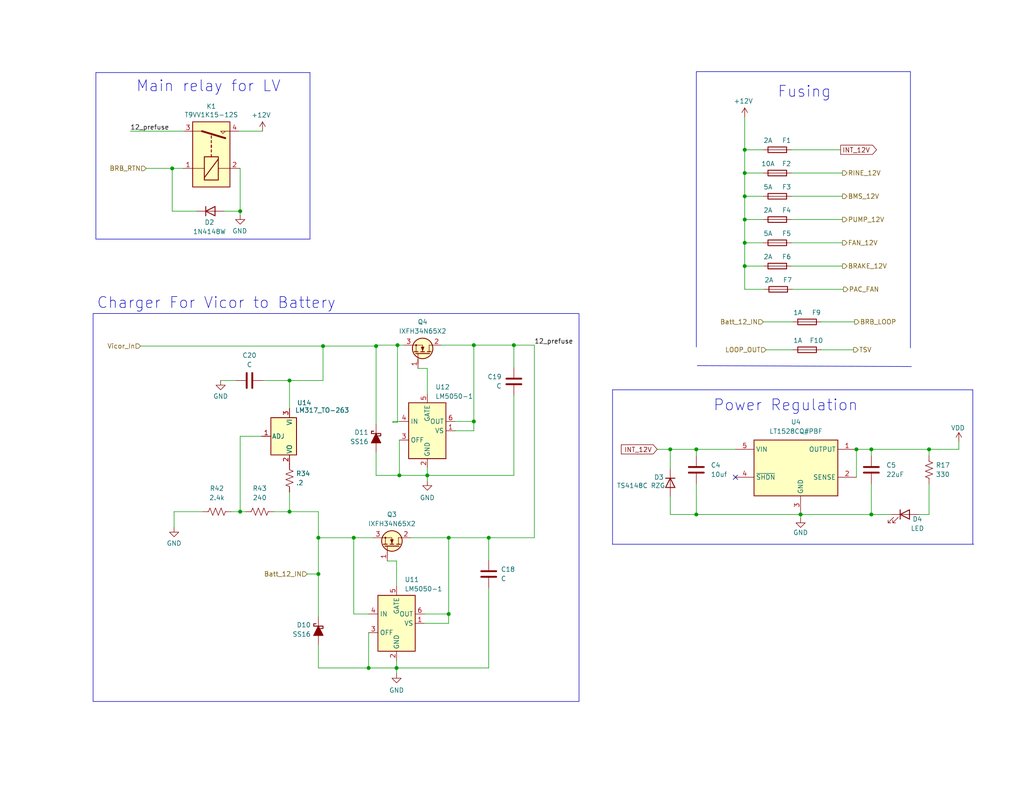
<source format=kicad_sch>
(kicad_sch (version 20230121) (generator eeschema)
  (paper "A")
  (title_block (title "FUSING") (date "2023-05-15") (rev "V 1.1") (company "AERO") (comment 1 "Colin Grund") (comment 2 "Main board that do it all."))
  (lib_symbols
    (symbol "AERO_Symbols:T9VV1K15-12S" (pin_names (offset 1.016))
      (property "Reference" "K" (at 8.89 3.81 0))
      (property "Value" "T9VV1K15-12S" (at 8.89 1.27 0))
      (symbol "T9VV1K15-12S_0_0"
        (polyline (pts (xy 5.08 3.81) (xy 5.08 5.08)))
        (polyline (pts (xy 5.08 3.81) (xy 5.08 2.54) (xy 4.445 3.175) (xy 5.08 3.81)))
      )
      (symbol "T9VV1K15-12S_0_1"
        (rectangle (start -10.16 5.08) (end 7.62 -5.08) (stroke (width 0.254)) (fill (type background)))
        (rectangle (start -8.255 1.905) (end -1.905 -1.905) (stroke (width 0.254)))
        (polyline (pts (xy -7.62 -1.905) (xy -2.54 1.905)) (stroke (width 0.254)))
        (polyline (pts (xy -5.08 -5.08) (xy -5.08 -1.905)))
        (polyline (pts (xy -5.08 5.08) (xy -5.08 1.905)))
        (polyline (pts (xy -1.905 0) (xy -1.27 0)) (stroke (width 0.254)))
        (polyline (pts (xy -0.635 0) (xy 0 0)) (stroke (width 0.254)))
        (polyline (pts (xy 0.635 0) (xy 1.27 0)) (stroke (width 0.254)))
        (polyline (pts (xy 0.635 0) (xy 1.27 0)) (stroke (width 0.254)))
        (polyline (pts (xy 1.905 0) (xy 2.54 0)) (stroke (width 0.254)))
        (polyline (pts (xy 3.175 0) (xy 3.81 0)) (stroke (width 0.254)))
        (polyline (pts (xy 5.08 -2.54) (xy 3.175 3.81)) (stroke (width 0.508)))
        (polyline (pts (xy 5.08 -2.54) (xy 5.08 -5.08)))
      )
      (symbol "T9VV1K15-12S_1_1"
        (pin passive line (at -5.08 -7.62 90) (length 2.54) (name "~") (number "1"))
        (pin passive line (at -5.08 7.62 270) (length 2.54) (name "~") (number "2"))
        (pin passive line (at 5.08 -7.62 90) (length 2.54) (name "~") (number "3"))
        (pin passive line (at 5.08 7.62 270) (length 2.54) (name "~") (number "4"))
      )
    )
    (symbol "Device:C" (pin_numbers hide) (pin_names (offset 0.254))
      (property "Reference" "C" (at 0.635 2.54 0))
      (property "Value" "C" (at 0.635 -2.54 0))
      (symbol "C_0_1"
        (polyline (pts (xy -2.032 -0.762) (xy 2.032 -0.762)) (stroke (width 0.508)))
        (polyline (pts (xy -2.032 0.762) (xy 2.032 0.762)) (stroke (width 0.508)))
      )
      (symbol "C_1_1"
        (pin passive line (at 0 3.81 270) (length 2.794) (name "~") (number "1"))
        (pin passive line (at 0 -3.81 90) (length 2.794) (name "~") (number "2"))
      )
    )
    (symbol "Device:D" (pin_numbers hide) (pin_names (offset 1.016) hide)
      (property "Reference" "D" (at 0 2.54 0))
      (property "Value" "D" (at 0 -2.54 0))
      (symbol "D_0_1"
        (polyline (pts (xy -1.27 1.27) (xy -1.27 -1.27)) (stroke (width 0.254)))
        (polyline (pts (xy 1.27 0) (xy -1.27 0)))
        (polyline (pts (xy 1.27 1.27) (xy 1.27 -1.27) (xy -1.27 0) (xy 1.27 1.27)) (stroke (width 0.254)))
      )
      (symbol "D_1_1"
        (pin passive line (at -3.81 0 0) (length 2.54) (name "K") (number "1"))
        (pin passive line (at 3.81 0 180) (length 2.54) (name "A") (number "2"))
      )
    )
    (symbol "Device:Fuse" (pin_numbers hide) (pin_names (offset 0))
      (property "Reference" "F" (at 2.032 0 90))
      (property "Value" "Fuse" (at -1.905 0 90))
      (symbol "Fuse_0_1"
        (rectangle (start -0.762 -2.54) (end 0.762 2.54) (stroke (width 0.254)))
        (polyline (pts (xy 0 2.54) (xy 0 -2.54)))
      )
      (symbol "Fuse_1_1"
        (pin passive line (at 0 3.81 270) (length 1.27) (name "~") (number "1"))
        (pin passive line (at 0 -3.81 90) (length 1.27) (name "~") (number "2"))
      )
    )
    (symbol "Device:LED" (pin_numbers hide) (pin_names (offset 1.016) hide)
      (property "Reference" "D" (at 0 2.54 0))
      (property "Value" "LED" (at 0 -2.54 0))
      (symbol "LED_0_1"
        (polyline (pts (xy -1.27 -1.27) (xy -1.27 1.27)) (stroke (width 0.254)))
        (polyline (pts (xy -1.27 0) (xy 1.27 0)))
        (polyline (pts (xy 1.27 -1.27) (xy 1.27 1.27) (xy -1.27 0) (xy 1.27 -1.27)) (stroke (width 0.254)))
        (polyline (pts (xy -3.048 -0.762) (xy -4.572 -2.286) (xy -3.81 -2.286) (xy -4.572 -2.286) (xy -4.572 -1.524)))
        (polyline (pts (xy -1.778 -0.762) (xy -3.302 -2.286) (xy -2.54 -2.286) (xy -3.302 -2.286) (xy -3.302 -1.524)))
      )
      (symbol "LED_1_1"
        (pin passive line (at -3.81 0 0) (length 2.54) (name "K") (number "1"))
        (pin passive line (at 3.81 0 180) (length 2.54) (name "A") (number "2"))
      )
    )
    (symbol "Device:R_US" (pin_numbers hide) (pin_names (offset 0))
      (property "Reference" "R" (at 2.54 0 90))
      (property "Value" "R_US" (at -2.54 0 90))
      (symbol "R_US_0_1"
        (polyline (pts (xy 0 -2.286) (xy 0 -2.54)))
        (polyline (pts (xy 0 2.286) (xy 0 2.54)))
        (polyline (pts (xy 0 -0.762) (xy 1.016 -1.143) (xy 0 -1.524) (xy -1.016 -1.905) (xy 0 -2.286)))
        (polyline (pts (xy 0 0.762) (xy 1.016 0.381) (xy 0 0) (xy -1.016 -0.381) (xy 0 -0.762)))
        (polyline (pts (xy 0 2.286) (xy 1.016 1.905) (xy 0 1.524) (xy -1.016 1.143) (xy 0 0.762)))
      )
      (symbol "R_US_1_1"
        (pin passive line (at 0 3.81 270) (length 1.27) (name "~") (number "1"))
        (pin passive line (at 0 -3.81 90) (length 1.27) (name "~") (number "2"))
      )
    )
    (symbol "Diode:1N4148W" (pin_numbers hide) (pin_names hide)
      (property "Reference" "D" (at 0 2.54 0))
      (property "Value" "1N4148W" (at 0 -2.54 0))
      (symbol "1N4148W_0_1"
        (polyline (pts (xy -1.27 1.27) (xy -1.27 -1.27)) (stroke (width 0.254)))
        (polyline (pts (xy 1.27 0) (xy -1.27 0)))
        (polyline (pts (xy 1.27 1.27) (xy 1.27 -1.27) (xy -1.27 0) (xy 1.27 1.27)) (stroke (width 0.254)))
      )
      (symbol "1N4148W_1_1"
        (pin passive line (at -3.81 0 0) (length 2.54) (name "K") (number "1"))
        (pin passive line (at 3.81 0 180) (length 2.54) (name "A") (number "2"))
      )
    )
    (symbol "LT1528CQ#PBF_1"
      (property "Reference" "U?" (at 15.24 7.62 0))
      (property "Value" "LT1528CQ#PBF_1" (at 17.78 5.08 0))
      (symbol "LT1528CQ#PBF_1_1_1"
        (rectangle (start 5.08 2.54) (end 27.94 -12.7) (stroke (width 0.254)) (fill (type background)))
        (pin power_out line (at 33.02 0 180) (length 5.08) (name "OUTPUT") (number "1"))
        (pin passive line (at 33.02 -7.62 180) (length 5.08) (name "SENSE") (number "2"))
        (pin power_in line (at 17.78 -17.78 90) (length 5.08) (name "GND") (number "3"))
        (pin passive line (at 0 -7.62 0) (length 5.08) (name "~{SHDN}") (number "4"))
        (pin power_in line (at 0 0 0) (length 5.08) (name "VIN") (number "5"))
      )
    )
    (symbol "PCM_Diode_Schottky_AKL:SS16" (pin_numbers hide) (pin_names (offset 1.016) hide)
      (property "Reference" "D" (at 0 5.08 0))
      (property "Value" "SS16" (at 0 2.54 0))
      (symbol "SS16_0_1"
        (polyline (pts (xy -1.27 0) (xy 1.27 0)))
        (polyline (pts (xy -1.27 -1.27) (xy -1.27 1.27) (xy 1.27 0) (xy -1.27 -1.27)) (stroke (width 0.254)) (fill (type outline)))
        (polyline (pts (xy 1.905 -0.635) (xy 1.905 -1.27) (xy 1.27 -1.27) (xy 1.27 1.27) (xy 0.635 1.27) (xy 0.635 0.635)) (stroke (width 0.254)))
      )
      (symbol "SS16_1_1"
        (pin passive line (at 3.81 0 180) (length 2.54) (name "K") (number "1"))
        (pin passive line (at -3.81 0 0) (length 2.54) (name "A") (number "2"))
      )
    )
    (symbol "PCM_Transistor_MOSFET_AKL:IXFH34N65X2" (pin_names hide)
      (property "Reference" "Q" (at 5.08 1.27 0))
      (property "Value" "IXFH34N65X2" (at 5.08 -1.27 0))
      (symbol "IXFH34N65X2_0_1"
        (polyline (pts (xy 0.254 -1.27) (xy -2.54 -1.27)))
        (polyline (pts (xy 0.254 1.905) (xy 0.254 -1.905)) (stroke (width 0.254)))
        (polyline (pts (xy 0.762 -1.778) (xy 2.54 -1.778)))
        (polyline (pts (xy 0.762 -1.27) (xy 0.762 -2.286)) (stroke (width 0.254)))
        (polyline (pts (xy 0.762 0.508) (xy 0.762 -0.508)) (stroke (width 0.254)))
        (polyline (pts (xy 0.762 2.286) (xy 0.762 1.27)) (stroke (width 0.254)))
        (polyline (pts (xy 2.54 1.778) (xy 0.762 1.778)))
        (polyline (pts (xy 2.54 2.54) (xy 2.54 1.778)))
        (polyline (pts (xy 2.54 -2.54) (xy 2.54 0) (xy 0.762 0)))
        (polyline (pts (xy 1.016 0) (xy 2.032 0.381) (xy 2.032 -0.381) (xy 1.016 0)) (fill (type outline)))
        (circle (center 1.651 0) (radius 2.794) (stroke (width 0.254)) (fill (type background)))
        (circle (center 2.54 -1.778) (radius 0.1778) (fill (type outline)))
      )
      (symbol "IXFH34N65X2_1_1"
        (pin input line (at -3.81 -1.27 0) (length 2.54) (name "G") (number "1"))
        (pin passive line (at 2.54 5.08 270) (length 2.54) (name "D") (number "2"))
        (pin passive line (at 2.54 -5.08 90) (length 2.54) (name "S") (number "3"))
      )
    )
    (symbol "Power_Management:LM5050-1"
      (property "Reference" "U" (at -5.08 8.89 0))
      (property "Value" "LM5050-1" (at 1.27 8.89 0))
      (symbol "LM5050-1_0_1"
        (rectangle (start -5.08 7.62) (end 5.08 -7.62) (stroke (width 0.254)) (fill (type background)))
      )
      (symbol "LM5050-1_1_1"
        (pin passive line (at 7.62 0 180) (length 2.54) (name "VS") (number "1"))
        (pin power_in line (at 0 -10.16 90) (length 2.54) (name "GND") (number "2"))
        (pin input line (at -7.62 -2.54 0) (length 2.54) (name "OFF") (number "3"))
        (pin input line (at -7.62 2.54 0) (length 2.54) (name "IN") (number "4"))
        (pin output line (at 0 10.16 270) (length 2.54) (name "GATE") (number "5"))
        (pin input line (at 7.62 2.54 180) (length 2.54) (name "OUT") (number "6"))
      )
    )
    (symbol "Regulator_Linear:LM317_TO-263" (pin_names (offset 0.254))
      (property "Reference" "U" (at -3.81 3.175 0))
      (property "Value" "LM317_TO-263" (at 0 3.175 0))
      (symbol "LM317_TO-263_0_1"
        (rectangle (start -5.08 1.905) (end 5.08 -5.08) (stroke (width 0.254)) (fill (type background)))
      )
      (symbol "LM317_TO-263_1_1"
        (pin input line (at 0 -7.62 90) (length 2.54) (name "ADJ") (number "1"))
        (pin power_out line (at 7.62 0 180) (length 2.54) (name "VO") (number "2"))
        (pin power_in line (at -7.62 0 0) (length 2.54) (name "VI") (number "3"))
      )
    )
    (symbol "power:+12V" (power) (pin_names (offset 0))
      (property "Value" "+12V" (at 0 3.556 0))
      (symbol "+12V_0_1"
        (polyline (pts (xy -0.762 1.27) (xy 0 2.54)))
        (polyline (pts (xy 0 0) (xy 0 2.54)))
        (polyline (pts (xy 0 2.54) (xy 0.762 1.27)))
      )
      (symbol "+12V_1_1"
        (pin power_in line (at 0 0 90) (length 0) hide (name "+12V") (number "1"))
      )
    )
    (symbol "power:GND" (power) (pin_names (offset 0))
      (property "Value" "GND" (at 0 -3.81 0))
      (symbol "GND_0_1"
        (polyline (pts (xy 0 0) (xy 0 -1.27) (xy 1.27 -1.27) (xy 0 -2.54) (xy -1.27 -1.27) (xy 0 -1.27)))
      )
      (symbol "GND_1_1"
        (pin power_in line (at 0 0 270) (length 0) hide (name "GND") (number "1"))
      )
    )
    (symbol "power:VDD" (power) (pin_names (offset 0))
      (property "Value" "VDD" (at 0 3.81 0))
      (symbol "VDD_0_1"
        (polyline (pts (xy -0.762 1.27) (xy 0 2.54)))
        (polyline (pts (xy 0 0) (xy 0 2.54)))
        (polyline (pts (xy 0 2.54) (xy 0.762 1.27)))
      )
      (symbol "VDD_1_1"
        (pin power_in line (at 0 0 90) (length 0) hide (name "VDD") (number "1"))
      )
    )
  )
  (junction (at 78.994 103.886))
  (junction (at 78.994 139.7))
  (junction (at 203.2 72.644))
  (junction (at 116.586 129.794))
  (junction (at 233.68 122.682))
  (junction (at 140.208 94.234))
  (junction (at 182.88 122.682))
  (junction (at 46.99 45.974))
  (junction (at 203.2 53.594))
  (junction (at 65.532 57.658))
  (junction (at 133.35 146.812))
  (junction (at 108.204 182.372))
  (junction (at 122.428 146.812))
  (junction (at 129.286 94.234))
  (junction (at 100.584 182.372))
  (junction (at 96.52 146.812))
  (junction (at 65.532 139.7))
  (junction (at 237.744 140.462))
  (junction (at 102.616 94.488))
  (junction (at 86.868 146.812))
  (junction (at 108.966 129.794))
  (junction (at 203.2 59.944))
  (junction (at 108.458 94.234))
  (junction (at 122.428 167.64))
  (junction (at 203.2 66.294))
  (junction (at 129.286 115.062))
  (junction (at 203.2 47.244))
  (junction (at 189.992 122.682))
  (junction (at 88.138 94.488))
  (junction (at 237.744 122.682))
  (junction (at 253.492 122.682))
  (junction (at 86.868 156.718))
  (junction (at 218.44 140.462))
  (junction (at 189.992 140.462))
  (junction (at 203.2 40.894))
  (no_connect (at 200.66 130.302))
  (wire (pts (xy 107.188 115.316) (xy 107.188 115.062)))
  (wire (pts (xy 203.2 66.294) (xy 203.2 72.644)))
  (wire (pts (xy 182.88 128.016) (xy 182.88 122.682)))
  (wire (pts (xy 65.532 139.7) (xy 67.056 139.7)))
  (wire (pts (xy 86.868 139.7) (xy 86.868 146.812)))
  (wire (pts (xy 53.594 57.658) (xy 46.99 57.658)))
  (wire (pts (xy 179.324 122.682) (xy 182.88 122.682)))
  (wire (pts (xy 233.172 87.884) (xy 224.028 87.884)))
  (wire (pts (xy 203.2 32.004) (xy 203.2 40.894)))
  (wire (pts (xy 208.28 59.944) (xy 203.2 59.944)))
  (wire (pts (xy 47.498 144.018) (xy 47.498 139.7)))
  (wire (pts (xy 208.28 47.244) (xy 203.2 47.244)))
  (wire (pts (xy 86.868 182.372) (xy 100.584 182.372)))
  (wire (pts (xy 233.68 122.682) (xy 237.744 122.682)))
  (polyline (pts (xy 248.412 19.558) (xy 189.992 19.558)))
  (wire (pts (xy 102.616 94.234) (xy 108.458 94.234)))
  (wire (pts (xy 229.362 40.894) (xy 215.9 40.894)))
  (wire (pts (xy 120.396 94.234) (xy 129.286 94.234)))
  (wire (pts (xy 208.28 53.594) (xy 203.2 53.594)))
  (wire (pts (xy 182.88 140.462) (xy 189.992 140.462)))
  (wire (pts (xy 65.532 57.658) (xy 65.532 58.674)))
  (wire (pts (xy 108.458 94.234) (xy 110.236 94.234)))
  (wire (pts (xy 182.88 122.682) (xy 189.992 122.682)))
  (wire (pts (xy 74.676 139.7) (xy 78.994 139.7)))
  (wire (pts (xy 140.208 94.234) (xy 145.796 94.234)))
  (wire (pts (xy 65.278 35.814) (xy 71.628 35.814)))
  (polyline (pts (xy 167.132 106.426) (xy 167.132 148.59)))
  (wire (pts (xy 208.28 72.644) (xy 203.2 72.644)))
  (wire (pts (xy 261.62 120.65) (xy 261.62 122.682)))
  (wire (pts (xy 102.616 129.794) (xy 108.966 129.794)))
  (wire (pts (xy 108.458 115.316) (xy 107.188 115.316)))
  (wire (pts (xy 102.616 123.444) (xy 102.616 129.794)))
  (wire (pts (xy 71.882 103.886) (xy 78.994 103.886)))
  (wire (pts (xy 145.796 146.812) (xy 145.796 94.234)))
  (wire (pts (xy 88.138 103.886) (xy 88.138 94.488)))
  (polyline (pts (xy 26.162 19.812) (xy 84.582 19.812)))
  (wire (pts (xy 237.744 132.08) (xy 237.744 140.462)))
  (polyline (pts (xy 248.412 94.996) (xy 248.412 19.558)))
  (wire (pts (xy 108.204 183.896) (xy 108.204 182.372)))
  (wire (pts (xy 116.586 131.318) (xy 116.586 129.794)))
  (wire (pts (xy 122.428 146.812) (xy 133.35 146.812)))
  (wire (pts (xy 203.2 78.994) (xy 203.2 72.644)))
  (wire (pts (xy 189.992 140.462) (xy 218.44 140.462)))
  (polyline (pts (xy 190.246 99.822) (xy 248.666 100.076)))
  (wire (pts (xy 129.286 115.062) (xy 124.206 115.062)))
  (wire (pts (xy 208.28 87.884) (xy 216.408 87.884)))
  (polyline (pts (xy 265.43 106.426) (xy 167.132 106.426)))
  (polyline (pts (xy 167.132 148.59) (xy 265.684 148.59)))
  (wire (pts (xy 208.28 66.294) (xy 203.2 66.294)))
  (polyline (pts (xy 26.162 65.278) (xy 26.162 19.812)))
  (wire (pts (xy 189.992 122.682) (xy 200.66 122.682)))
  (wire (pts (xy 65.532 119.126) (xy 71.374 119.126)))
  (wire (pts (xy 133.35 182.372) (xy 108.204 182.372)))
  (wire (pts (xy 253.492 122.682) (xy 237.744 122.682)))
  (wire (pts (xy 133.35 146.812) (xy 145.796 146.812)))
  (wire (pts (xy 122.428 146.812) (xy 122.428 167.64)))
  (wire (pts (xy 78.994 139.7) (xy 86.868 139.7)))
  (wire (pts (xy 261.62 122.682) (xy 253.492 122.682)))
  (wire (pts (xy 47.498 139.7) (xy 55.372 139.7)))
  (wire (pts (xy 108.966 120.142) (xy 108.966 129.794)))
  (wire (pts (xy 96.52 146.812) (xy 96.52 167.64)))
  (wire (pts (xy 116.586 100.584) (xy 116.586 107.442)))
  (wire (pts (xy 215.9 53.594) (xy 229.87 53.594)))
  (wire (pts (xy 39.878 45.974) (xy 46.99 45.974)))
  (wire (pts (xy 253.492 132.08) (xy 253.492 140.462)))
  (wire (pts (xy 140.208 100.33) (xy 140.208 94.234)))
  (wire (pts (xy 208.28 40.894) (xy 203.2 40.894)))
  (polyline (pts (xy 84.582 19.812) (xy 84.582 65.278)))
  (polyline (pts (xy 189.992 19.558) (xy 189.992 94.742)))
  (wire (pts (xy 129.286 115.062) (xy 129.286 117.602)))
  (wire (pts (xy 233.68 130.302) (xy 233.68 122.682)))
  (wire (pts (xy 112.014 146.812) (xy 122.428 146.812)))
  (wire (pts (xy 62.992 139.7) (xy 65.532 139.7)))
  (wire (pts (xy 218.44 140.462) (xy 237.744 140.462)))
  (wire (pts (xy 122.428 170.18) (xy 115.824 170.18)))
  (polyline (pts (xy 84.582 65.278) (xy 26.162 65.278)))
  (wire (pts (xy 203.2 40.894) (xy 203.2 47.244)))
  (wire (pts (xy 203.2 53.594) (xy 203.2 59.944)))
  (wire (pts (xy 108.458 94.234) (xy 108.458 115.316)))
  (wire (pts (xy 189.992 132.08) (xy 189.992 140.462)))
  (wire (pts (xy 215.9 47.244) (xy 229.87 47.244)))
  (wire (pts (xy 65.532 45.974) (xy 65.278 45.974)))
  (polyline (pts (xy 265.43 148.59) (xy 265.43 106.426)))
  (wire (pts (xy 100.584 172.72) (xy 100.584 182.372)))
  (wire (pts (xy 215.9 66.294) (xy 229.87 66.294)))
  (wire (pts (xy 203.2 59.944) (xy 203.2 66.294)))
  (wire (pts (xy 116.586 129.794) (xy 116.586 127.762)))
  (wire (pts (xy 253.492 122.682) (xy 253.492 124.46)))
  (wire (pts (xy 189.992 122.682) (xy 189.992 124.46)))
  (wire (pts (xy 100.584 182.372) (xy 108.204 182.372)))
  (wire (pts (xy 133.35 160.528) (xy 133.35 182.372)))
  (wire (pts (xy 108.966 129.794) (xy 116.586 129.794)))
  (wire (pts (xy 96.52 167.64) (xy 100.584 167.64)))
  (wire (pts (xy 253.492 140.462) (xy 250.698 140.462)))
  (wire (pts (xy 86.868 176.022) (xy 86.868 182.372)))
  (wire (pts (xy 129.286 117.602) (xy 124.206 117.602)))
  (wire (pts (xy 215.9 72.644) (xy 229.87 72.644)))
  (wire (pts (xy 65.532 119.126) (xy 65.532 139.7)))
  (wire (pts (xy 203.2 78.994) (xy 208.534 78.994)))
  (wire (pts (xy 102.616 94.488) (xy 102.616 115.824)))
  (wire (pts (xy 122.428 167.64) (xy 122.428 170.18)))
  (wire (pts (xy 133.35 152.908) (xy 133.35 146.812)))
  (wire (pts (xy 35.56 35.814) (xy 50.038 35.814)))
  (wire (pts (xy 78.994 134.366) (xy 78.994 139.7)))
  (wire (pts (xy 203.2 47.244) (xy 203.2 53.594)))
  (wire (pts (xy 61.214 57.658) (xy 65.532 57.658)))
  (wire (pts (xy 218.44 141.478) (xy 218.44 140.462)))
  (wire (pts (xy 216.408 95.504) (xy 209.042 95.504)))
  (wire (pts (xy 60.198 103.886) (xy 64.262 103.886)))
  (wire (pts (xy 108.204 182.372) (xy 108.204 180.34)))
  (wire (pts (xy 237.744 122.682) (xy 237.744 124.46)))
  (wire (pts (xy 78.994 103.886) (xy 88.138 103.886)))
  (wire (pts (xy 86.868 156.718) (xy 86.868 146.812)))
  (wire (pts (xy 114.046 100.584) (xy 116.586 100.584)))
  (wire (pts (xy 107.188 115.062) (xy 108.966 115.062)))
  (wire (pts (xy 38.354 94.488) (xy 88.138 94.488)))
  (wire (pts (xy 78.994 103.886) (xy 78.994 111.506)))
  (wire (pts (xy 46.99 45.974) (xy 50.038 45.974)))
  (wire (pts (xy 237.744 140.462) (xy 243.078 140.462)))
  (wire (pts (xy 86.868 156.718) (xy 86.868 168.402)))
  (wire (pts (xy 182.88 135.636) (xy 182.88 140.462)))
  (wire (pts (xy 102.616 94.234) (xy 102.616 94.488)))
  (wire (pts (xy 216.154 78.994) (xy 230.124 78.994)))
  (wire (pts (xy 122.428 167.64) (xy 115.824 167.64)))
  (wire (pts (xy 105.664 153.162) (xy 108.204 153.162)))
  (wire (pts (xy 83.82 156.718) (xy 86.868 156.718)))
  (wire (pts (xy 215.9 59.944) (xy 229.87 59.944)))
  (wire (pts (xy 129.286 94.234) (xy 129.286 115.062)))
  (wire (pts (xy 232.918 95.504) (xy 224.028 95.504)))
  (wire (pts (xy 86.868 146.812) (xy 96.52 146.812)))
  (wire (pts (xy 108.204 153.162) (xy 108.204 160.02)))
  (wire (pts (xy 88.138 94.488) (xy 102.616 94.488)))
  (wire (pts (xy 140.208 107.95) (xy 140.208 129.794)))
  (wire (pts (xy 129.286 94.234) (xy 140.208 94.234)))
  (wire (pts (xy 96.52 146.812) (xy 101.854 146.812)))
  (wire (pts (xy 65.532 45.974) (xy 65.532 57.658)))
  (wire (pts (xy 140.208 129.794) (xy 116.586 129.794)))
  (wire (pts (xy 46.99 57.658) (xy 46.99 45.974)))
  (rectangle (start 25.4 85.598) (end 157.988 191.516))
  (text "Fusing" (at 212.09 26.924 0) (effects (font (size 3 3)) (justify left bottom)))
  (text "Power Regulation" (at 234.188 112.522 0) (effects (font (size 3 3)) (justify right bottom)))
  (text "Charger For Vicor to Battery" (at 91.694 84.582 0) (effects (font (size 3 3)) (justify right bottom)))
  (text "Main relay for LV" (at 76.708 25.4 0) (effects (font (size 3 3)) (justify right bottom)))
  (label "12_prefuse" (at 35.56 35.814 0))
  (label "12_prefuse" (at 145.796 94.234 0))
  (global_label "INT_12V" (shape output) (at 229.362 40.894 0) (property "Intersheetrefs" "${INTERSHEET_REFS}" (effects hide)))
  (global_label "INT_12V" (shape input) (at 179.324 122.682 180) (property "Intersheetrefs" "${INTERSHEET_REFS}" (effects hide)))
  (hierarchical_label "Batt_12_IN" (shape input) (at 83.82 156.718 180))
  (hierarchical_label "BRB_LOOP" (shape output) (at 233.172 87.884 0))
  (hierarchical_label "Batt_12_IN" (shape input) (at 208.28 87.884 180))
  (hierarchical_label "LOOP_OUT" (shape input) (at 209.042 95.504 180))
  (hierarchical_label "TSV" (shape output) (at 232.918 95.504 0))
  (hierarchical_label "BMS_12V" (shape output) (at 229.87 53.594 0))
  (hierarchical_label "RINE_12V" (shape output) (at 229.87 47.244 0))
  (hierarchical_label "BRAKE_12V" (shape output) (at 229.87 72.644 0))
  (hierarchical_label "PAC_FAN" (shape output) (at 230.124 78.994 0))
  (hierarchical_label "PUMP_12V" (shape output) (at 229.87 59.944 0))
  (hierarchical_label "Vicor_In" (shape input) (at 38.354 94.488 180))
  (hierarchical_label "BRB_RTN" (shape input) (at 39.878 45.974 180))
  (hierarchical_label "FAN_12V" (shape output) (at 229.87 66.294 0))
  (symbol (lib_id "Device:Fuse") (at 212.09 47.244 90) (mirror x) (unit 1)
    (property "Reference" "F2" (at 214.63 44.704 90))
    (property "Value" "10A" (at 209.55 44.704 90))
    (property "Footprint" "AERO_Footprints:Fuseholder_Blade_Mini_Keystone_3568" (effects hide))
  )
  (symbol (lib_id "power:GND") (at 108.204 183.896 0) (unit 1)
    (property "Reference" "#PWR053" (effects hide))
    (property "Value" "GND" (at 108.204 188.468 0))
  )
  (symbol (lib_id "Device:C") (at 133.35 156.718 0) (unit 1)
    (property "Reference" "C18" (at 136.652 155.448 0) (effects (justify left)))
    (property "Value" "C" (at 136.652 157.988 0) (effects (justify left)))
    (property "Footprint" "Capacitor_SMD:C_0603_1608Metric_Pad1.08x0.95mm_HandSolder" (effects hide))
  )
  (symbol (lib_id "PCM_Diode_Schottky_AKL:SS16") (at 102.616 119.634 270) (mirror x) (unit 1)
    (property "Reference" "D11" (at 100.584 118.0465 90) (effects (justify right)))
    (property "Value" "SS16" (at 100.584 120.5865 90) (effects (justify right)))
    (property "Footprint" "Diode_SMD:D_SMA" (effects hide))
    (property "Datasheet" "https://www.tme.eu/Document/39e1c2d2c354f63d74e9a2edb2156b4b/SS14-E3_61T.pdf" (effects hide))
  )
  (symbol (lib_id "Device:Fuse") (at 220.218 95.504 90) (mirror x) (unit 1)
    (property "Reference" "F10" (at 222.758 92.964 90))
    (property "Value" "1A" (at 217.678 92.964 90))
    (property "Footprint" "AERO_Footprints:Fuseholder_Blade_Mini_Keystone_3568" (effects hide))
  )
  (symbol (lib_id "Device:D") (at 182.88 131.826 270) (unit 1)
    (property "Reference" "D3" (at 178.435 130.302 90) (effects (justify left)))
    (property "Value" "TS4148C RZG" (at 168.275 132.588 90) (effects (justify left)))
    (property "Footprint" "Diode_SMD:D_0603_1608Metric_Pad1.05x0.95mm_HandSolder" (effects hide))
  )
  (symbol (lib_id "power:GND") (at 60.198 103.886 0) (unit 1)
    (property "Reference" "#PWR056" (effects hide))
    (property "Value" "GND" (at 60.198 108.204 0))
  )
  (symbol (lib_id "PCM_Transistor_MOSFET_AKL:IXFH34N65X2") (at 115.316 96.774 270) (mirror x) (unit 1)
    (property "Reference" "Q4" (at 115.316 87.884 90))
    (property "Value" "IXFH34N65X2" (at 115.316 90.424 90))
    (property "Footprint" "PCM_Package_TO_SOT_THT_AKL:TO-247-3_Vertical_GDS" (effects hide))
    (property "Datasheet" "https://www.tme.eu/Document/10894a8dc175eb963509cb725b888644/IXF_34N65X2.pdf" (effects hide))
  )
  (symbol (lib_name "LT1528CQ#PBF_1") (lib_id "LT1528CQ#PBF:LT1528CQ#PBF") (at 200.66 122.682 0) (unit 1)
    (property "Reference" "U4" (at 217.17 115.2144 0))
    (property "Value" "LT1528CQ#PBF" (at 217.17 117.7544 0))
    (property "Footprint" "AERO_Footprints:LT1528CQPBF" (effects hide))
    (property "Datasheet" "https://www.mouser.co.uk/datasheet/2/609/1528fb-1267393.pdf" (effects hide))
    (property "Height" "4.572" (effects hide))
    (property "Mouser Part Number" "584-LT1528CQ#PBF" (effects hide))
    (property "Mouser Price/Stock" "https://www.mouser.co.uk/ProductDetail/Analog-Devices/LT1528CQPBF?qs=ytflclh7QUVsc5yjQBHIUA%3D%3D" (effects hide))
    (property "Manufacturer_Name" "Analog Devices" (effects hide))
    (property "Manufacturer_Part_Number" "LT1528CQ#PBF" (effects hide))
  )
  (symbol (lib_id "power:GND") (at 65.532 58.674 0) (mirror y) (unit 1)
    (property "Reference" "#PWR023" (effects hide))
    (property "Value" "GND" (at 65.405 63.0682 0))
  )
  (symbol (lib_id "Regulator_Linear:LM317_TO-263") (at 78.994 119.126 270) (unit 1)
    (property "Reference" "U14" (at 81.026 109.982 90) (effects (justify left)))
    (property "Value" "LM317_TO-263" (at 80.518 112.014 90) (effects (justify left)))
    (property "Footprint" "Package_TO_SOT_SMD:TO-263-2" (effects hide))
    (property "Datasheet" "http://www.ti.com/lit/ds/symlink/lm317.pdf" (effects hide))
  )
  (symbol (lib_id "Device:Fuse") (at 212.344 78.994 90) (mirror x) (unit 1)
    (property "Reference" "F7" (at 214.884 76.454 90))
    (property "Value" "2A" (at 209.804 76.454 90))
    (property "Footprint" "AERO_Footprints:Fuseholder_Blade_Mini_Keystone_3568" (effects hide))
  )
  (symbol (lib_id "Device:C") (at 237.744 128.27 0) (unit 1)
    (property "Reference" "C5" (at 241.808 126.9999 0) (effects (justify left)))
    (property "Value" "22uF" (at 241.808 129.5399 0) (effects (justify left)))
    (property "Footprint" "Capacitor_SMD:C_0603_1608Metric_Pad1.08x0.95mm_HandSolder" (effects hide))
  )
  (symbol (lib_id "Device:R_US") (at 78.994 130.556 180) (unit 1)
    (property "Reference" "R34" (at 80.772 129.286 0) (effects (justify right)))
    (property "Value" ".2" (at 80.772 131.826 0) (effects (justify right)))
    (property "Footprint" "Resistor_SMD:R_0805_2012Metric_Pad1.20x1.40mm_HandSolder" (effects hide))
  )
  (symbol (lib_id "PCM_Diode_Schottky_AKL:SS16") (at 86.868 172.212 270) (mirror x) (unit 1)
    (property "Reference" "D10" (at 84.836 170.6245 90) (effects (justify right)))
    (property "Value" "SS16" (at 84.836 173.1645 90) (effects (justify right)))
    (property "Footprint" "Diode_SMD:D_SMA" (effects hide))
    (property "Datasheet" "https://www.tme.eu/Document/39e1c2d2c354f63d74e9a2edb2156b4b/SS14-E3_61T.pdf" (effects hide))
  )
  (symbol (lib_id "Device:R_US") (at 59.182 139.7 90) (unit 1)
    (property "Reference" "R42" (at 59.182 133.35 90))
    (property "Value" "2.4k" (at 59.182 135.89 90))
    (property "Footprint" "Resistor_SMD:R_0603_1608Metric_Pad0.98x0.95mm_HandSolder" (effects hide))
  )
  (symbol (lib_id "power:+12V") (at 203.2 32.004 0) (mirror y) (unit 1)
    (property "Reference" "#PWR025" (effects hide))
    (property "Value" "+12V" (at 202.819 27.6098 0))
  )
  (symbol (lib_id "power:GND") (at 116.586 131.318 0) (unit 1)
    (property "Reference" "#PWR054" (effects hide))
    (property "Value" "GND" (at 116.586 135.89 0))
  )
  (symbol (lib_id "PCM_Transistor_MOSFET_AKL:IXFH34N65X2") (at 106.934 149.352 270) (mirror x) (unit 1)
    (property "Reference" "Q3" (at 106.934 140.462 90))
    (property "Value" "IXFH34N65X2" (at 106.934 143.002 90))
    (property "Footprint" "PCM_Package_TO_SOT_THT_AKL:TO-247-3_Vertical_GDS" (effects hide))
    (property "Datasheet" "https://www.tme.eu/Document/10894a8dc175eb963509cb725b888644/IXF_34N65X2.pdf" (effects hide))
  )
  (symbol (lib_id "power:GND") (at 218.44 141.478 0) (unit 1)
    (property "Reference" "#PWR026" (effects hide))
    (property "Value" "GND" (at 218.44 145.415 0))
  )
  (symbol (lib_id "Device:C") (at 68.072 103.886 270) (unit 1)
    (property "Reference" "C20" (at 68.072 97.028 90))
    (property "Value" "C" (at 68.072 99.568 90))
    (property "Footprint" "Capacitor_SMD:C_0603_1608Metric_Pad1.08x0.95mm_HandSolder" (effects hide))
  )
  (symbol (lib_id "Device:Fuse") (at 212.09 72.644 90) (mirror x) (unit 1)
    (property "Reference" "F6" (at 214.63 70.104 90))
    (property "Value" "2A" (at 209.55 70.104 90))
    (property "Footprint" "AERO_Footprints:Fuseholder_Blade_Mini_Keystone_3568" (effects hide))
  )
  (symbol (lib_id "Device:Fuse") (at 212.09 40.894 90) (mirror x) (unit 1)
    (property "Reference" "F1" (at 214.63 38.354 90))
    (property "Value" "2A" (at 209.55 38.354 90))
    (property "Footprint" "AERO_Footprints:Fuseholder_Blade_Mini_Keystone_3568" (effects hide))
  )
  (symbol (lib_id "Diode:1N4148W") (at 57.404 57.658 0) (unit 1)
    (property "Reference" "D2" (at 57.15 60.706 0))
    (property "Value" "1N4148W" (at 57.15 63.246 0))
    (property "Footprint" "Diode_SMD:D_SOD-123" (effects hide))
    (property "Datasheet" "https://www.vishay.com/docs/85748/1n4148w.pdf" (effects hide))
  )
  (symbol (lib_id "power:GND") (at 47.498 144.018 0) (unit 1)
    (property "Reference" "#PWR055" (effects hide))
    (property "Value" "GND" (at 47.498 148.336 0))
  )
  (symbol (lib_id "Device:Fuse") (at 212.09 59.944 90) (mirror x) (unit 1)
    (property "Reference" "F4" (at 214.63 57.404 90))
    (property "Value" "2A" (at 209.55 57.404 90))
    (property "Footprint" "AERO_Footprints:Fuseholder_Blade_Mini_Keystone_3568" (effects hide))
  )
  (symbol (lib_id "Device:Fuse") (at 220.218 87.884 90) (mirror x) (unit 1)
    (property "Reference" "F9" (at 222.758 85.344 90))
    (property "Value" "1A" (at 217.678 85.344 90))
    (property "Footprint" "AERO_Footprints:Fuseholder_Blade_Mini_Keystone_3568" (effects hide))
  )
  (symbol (lib_id "Power_Management:LM5050-1") (at 108.204 170.18 0) (unit 1)
    (property "Reference" "U11" (at 110.3981 158.242 0) (effects (justify left)))
    (property "Value" "LM5050-1" (at 110.3981 160.782 0) (effects (justify left)))
    (property "Footprint" "Package_TO_SOT_SMD:TSOT-23-6" (effects hide))
    (property "Datasheet" "http://www.ti.com/lit/ds/symlink/lm5050-1-q1.pdf" (effects hide))
  )
  (symbol (lib_id "Device:C") (at 189.992 128.27 0) (unit 1)
    (property "Reference" "C4" (at 193.929 126.9999 0) (effects (justify left)))
    (property "Value" "10uf" (at 193.929 129.5399 0) (effects (justify left)))
    (property "Footprint" "Capacitor_SMD:C_0603_1608Metric_Pad1.08x0.95mm_HandSolder" (effects hide))
  )
  (symbol (lib_id "Device:R_US") (at 253.492 128.27 0) (unit 1)
    (property "Reference" "R17" (at 255.3208 126.9999 0) (effects (justify left)))
    (property "Value" "330" (at 255.3208 129.5399 0) (effects (justify left)))
    (property "Footprint" "Resistor_SMD:R_0603_1608Metric_Pad0.98x0.95mm_HandSolder" (effects hide))
  )
  (symbol (lib_id "power:VDD") (at 261.62 120.65 0) (unit 1)
    (property "Reference" "#PWR027" (effects hide))
    (property "Value" "VDD" (at 261.366 116.84 0))
  )
  (symbol (lib_id "Device:Fuse") (at 212.09 66.294 90) (mirror x) (unit 1)
    (property "Reference" "F5" (at 214.63 63.754 90))
    (property "Value" "5A" (at 209.55 63.754 90))
    (property "Footprint" "AERO_Footprints:Fuseholder_Blade_Mini_Keystone_3568" (effects hide))
  )
  (symbol (lib_id "Device:C") (at 140.208 104.14 0) (mirror y) (unit 1)
    (property "Reference" "C19" (at 136.906 102.87 0) (effects (justify left)))
    (property "Value" "C" (at 136.906 105.41 0) (effects (justify left)))
    (property "Footprint" "Capacitor_SMD:C_0603_1608Metric_Pad1.08x0.95mm_HandSolder" (effects hide))
  )
  (symbol (lib_id "Device:Fuse") (at 212.09 53.594 90) (mirror x) (unit 1)
    (property "Reference" "F3" (at 214.63 51.054 90))
    (property "Value" "5A" (at 209.55 51.054 90))
    (property "Footprint" "AERO_Footprints:Fuseholder_Blade_Mini_Keystone_3568" (effects hide))
  )
  (symbol (lib_id "power:+12V") (at 71.628 35.814 0) (mirror y) (unit 1)
    (property "Reference" "#PWR024" (effects hide))
    (property "Value" "+12V" (at 71.247 31.4198 0))
  )
  (symbol (lib_id "Device:LED") (at 246.888 140.462 0) (unit 1)
    (property "Reference" "D4" (at 250.317 141.732 0))
    (property "Value" "LED" (at 250.317 144.272 0))
    (property "Footprint" "LED_SMD:LED_0603_1608Metric_Pad1.05x0.95mm_HandSolder" (effects hide))
  )
  (symbol (lib_id "AERO_Symbols:T9VV1K15-12S") (at 57.658 40.894 270) (mirror x) (unit 1)
    (property "Reference" "K1" (at 57.658 29.0322 90))
    (property "Value" "T9VV1K15-12S" (at 57.658 31.3436 90))
    (property "Footprint" "AERO_Footprints:RELAY_T9VV1K15-12S" (effects hide))
    (property "Datasheet" "https://www.te.com/commerce/DocumentDelivery/DDEController?Action=srchrtrv&DocNm=Power_PCB_Relay_T9V_Solar&DocType=DS&DocLang=English" (effects hide))
  )
  (symbol (lib_id "Power_Management:LM5050-1") (at 116.586 117.602 0) (unit 1)
    (property "Reference" "U12" (at 118.7801 105.664 0) (effects (justify left)))
    (property "Value" "LM5050-1" (at 118.7801 108.204 0) (effects (justify left)))
    (property "Footprint" "Package_TO_SOT_SMD:TSOT-23-6" (effects hide))
    (property "Datasheet" "http://www.ti.com/lit/ds/symlink/lm5050-1-q1.pdf" (effects hide))
  )
  (symbol (lib_id "Device:R_US") (at 70.866 139.7 90) (unit 1)
    (property "Reference" "R43" (at 70.866 133.35 90))
    (property "Value" "240" (at 70.866 135.89 90))
    (property "Footprint" "Resistor_SMD:R_0603_1608Metric_Pad0.98x0.95mm_HandSolder" (effects hide))
  )
)
</source>
